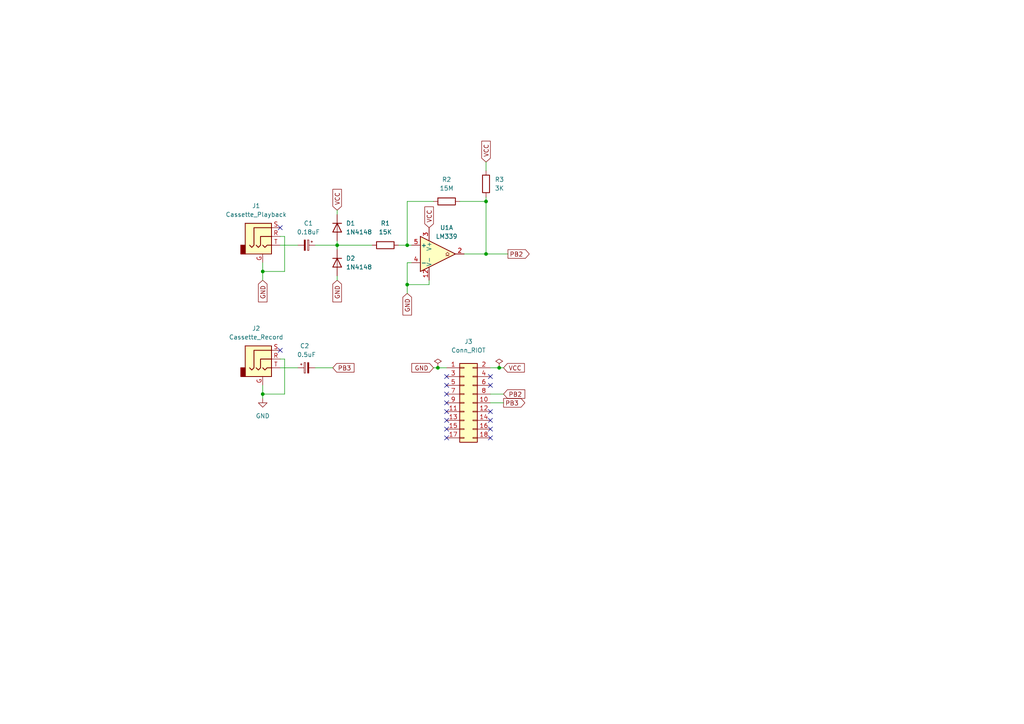
<source format=kicad_sch>
(kicad_sch (version 20211123) (generator eeschema)
  (paper "A4")
  (title_block (title "Zip Tape Adapter") (date "Jan 2023") (rev "1.0a") (company "Plastic Objects"))
  (lib_symbols
    (symbol "Comparator:LM339" (pin_names (offset 0.127))
      (property "Reference" "U" (at 0 5.08 0))
      (property "Value" "LM339" (at 0 -5.08 0))
      (symbol "LM339_1_1"
        (polyline (pts (xy -5.08 5.08) (xy 5.08 0) (xy -5.08 -5.08) (xy -5.08 5.08)) (stroke (width 0.254)) (fill (type background)))
        (polyline (pts (xy 3.302 -0.508) (xy 2.794 -0.508) (xy 3.302 0) (xy 2.794 0.508) (xy 2.286 0) (xy 2.794 -0.508) (xy 2.286 -0.508)) (stroke (width 0.127)))
        (pin open_collector line (at 7.62 0 180) (length 2.54) (name "~") (number "2"))
        (pin input line (at -7.62 -2.54 0) (length 2.54) (name "-") (number "4"))
        (pin input line (at -7.62 2.54 0) (length 2.54) (name "+") (number "5"))
      )
      (symbol "LM339_2_1"
        (polyline (pts (xy -5.08 5.08) (xy 5.08 0) (xy -5.08 -5.08) (xy -5.08 5.08)) (stroke (width 0.254)) (fill (type background)))
        (polyline (pts (xy 3.302 -0.508) (xy 2.794 -0.508) (xy 3.302 0) (xy 2.794 0.508) (xy 2.286 0) (xy 2.794 -0.508) (xy 2.286 -0.508)) (stroke (width 0.127)))
        (pin open_collector line (at 7.62 0 180) (length 2.54) (name "~") (number "1"))
        (pin input line (at -7.62 -2.54 0) (length 2.54) (name "-") (number "6"))
        (pin input line (at -7.62 2.54 0) (length 2.54) (name "+") (number "7"))
      )
      (symbol "LM339_3_1"
        (polyline (pts (xy -5.08 5.08) (xy 5.08 0) (xy -5.08 -5.08) (xy -5.08 5.08)) (stroke (width 0.254)) (fill (type background)))
        (polyline (pts (xy 3.302 -0.508) (xy 2.794 -0.508) (xy 3.302 0) (xy 2.794 0.508) (xy 2.286 0) (xy 2.794 -0.508) (xy 2.286 -0.508)) (stroke (width 0.127)))
        (pin input line (at -7.62 -2.54 0) (length 2.54) (name "-") (number "10"))
        (pin input line (at -7.62 2.54 0) (length 2.54) (name "+") (number "11"))
        (pin open_collector line (at 7.62 0 180) (length 2.54) (name "~") (number "13"))
      )
      (symbol "LM339_4_1"
        (polyline (pts (xy -5.08 5.08) (xy 5.08 0) (xy -5.08 -5.08) (xy -5.08 5.08)) (stroke (width 0.254)) (fill (type background)))
        (polyline (pts (xy 3.302 -0.508) (xy 2.794 -0.508) (xy 3.302 0) (xy 2.794 0.508) (xy 2.286 0) (xy 2.794 -0.508) (xy 2.286 -0.508)) (stroke (width 0.127)))
        (pin open_collector line (at 7.62 0 180) (length 2.54) (name "~") (number "14"))
        (pin input line (at -7.62 -2.54 0) (length 2.54) (name "-") (number "8"))
        (pin input line (at -7.62 2.54 0) (length 2.54) (name "+") (number "9"))
      )
      (symbol "LM339_5_1"
        (pin power_in line (at -2.54 -7.62 90) (length 3.81) (name "V-") (number "12"))
        (pin power_in line (at -2.54 7.62 270) (length 3.81) (name "V+") (number "3"))
      )
    )
    (symbol "Connector:AudioJack3_Ground"
      (property "Reference" "J" (at 0 8.89 0))
      (property "Value" "AudioJack3_Ground" (at 0 6.35 0))
      (symbol "AudioJack3_Ground_0_1"
        (rectangle (start -5.08 -2.54) (end -6.35 -5.08) (stroke (width 0.254)) (fill (type outline)))
        (polyline (pts (xy 0 -2.54) (xy 0.635 -3.175) (xy 1.27 -2.54) (xy 2.54 -2.54)) (stroke (width 0.254)))
        (polyline (pts (xy -1.905 -2.54) (xy -1.27 -3.175) (xy -0.635 -2.54) (xy -0.635 0) (xy 2.54 0)) (stroke (width 0.254)))
        (polyline (pts (xy 2.54 2.54) (xy -2.54 2.54) (xy -2.54 -2.54) (xy -3.175 -3.175) (xy -3.81 -2.54)) (stroke (width 0.254)))
        (rectangle (start 2.54 3.81) (end -5.08 -5.08) (stroke (width 0.254)) (fill (type background)))
      )
      (symbol "AudioJack3_Ground_1_1"
        (pin passive line (at 0 -7.62 90) (length 2.54) (name "~") (number "G"))
        (pin passive line (at 5.08 0 180) (length 2.54) (name "~") (number "R"))
        (pin passive line (at 5.08 2.54 180) (length 2.54) (name "~") (number "S"))
        (pin passive line (at 5.08 -2.54 180) (length 2.54) (name "~") (number "T"))
      )
    )
    (symbol "Connector_Generic:Conn_02x09_Odd_Even" (pin_names (offset 1.016) hide)
      (property "Reference" "J" (at 1.27 12.7 0))
      (property "Value" "Conn_02x09_Odd_Even" (at 1.27 -12.7 0))
      (symbol "Conn_02x09_Odd_Even_1_1"
        (rectangle (start -1.27 -10.033) (end 0 -10.287) (stroke (width 0.1524)))
        (rectangle (start -1.27 -7.493) (end 0 -7.747) (stroke (width 0.1524)))
        (rectangle (start -1.27 -4.953) (end 0 -5.207) (stroke (width 0.1524)))
        (rectangle (start -1.27 -2.413) (end 0 -2.667) (stroke (width 0.1524)))
        (rectangle (start -1.27 0.127) (end 0 -0.127) (stroke (width 0.1524)))
        (rectangle (start -1.27 2.667) (end 0 2.413) (stroke (width 0.1524)))
        (rectangle (start -1.27 5.207) (end 0 4.953) (stroke (width 0.1524)))
        (rectangle (start -1.27 7.747) (end 0 7.493) (stroke (width 0.1524)))
        (rectangle (start -1.27 10.287) (end 0 10.033) (stroke (width 0.1524)))
        (rectangle (start -1.27 11.43) (end 3.81 -11.43) (stroke (width 0.254)) (fill (type background)))
        (rectangle (start 3.81 -10.033) (end 2.54 -10.287) (stroke (width 0.1524)))
        (rectangle (start 3.81 -7.493) (end 2.54 -7.747) (stroke (width 0.1524)))
        (rectangle (start 3.81 -4.953) (end 2.54 -5.207) (stroke (width 0.1524)))
        (rectangle (start 3.81 -2.413) (end 2.54 -2.667) (stroke (width 0.1524)))
        (rectangle (start 3.81 0.127) (end 2.54 -0.127) (stroke (width 0.1524)))
        (rectangle (start 3.81 2.667) (end 2.54 2.413) (stroke (width 0.1524)))
        (rectangle (start 3.81 5.207) (end 2.54 4.953) (stroke (width 0.1524)))
        (rectangle (start 3.81 7.747) (end 2.54 7.493) (stroke (width 0.1524)))
        (rectangle (start 3.81 10.287) (end 2.54 10.033) (stroke (width 0.1524)))
        (pin passive line (at -5.08 10.16 0) (length 3.81) (name "Pin_1") (number "1"))
        (pin passive line (at 7.62 0 180) (length 3.81) (name "Pin_10") (number "10"))
        (pin passive line (at -5.08 -2.54 0) (length 3.81) (name "Pin_11") (number "11"))
        (pin passive line (at 7.62 -2.54 180) (length 3.81) (name "Pin_12") (number "12"))
        (pin passive line (at -5.08 -5.08 0) (length 3.81) (name "Pin_13") (number "13"))
        (pin passive line (at 7.62 -5.08 180) (length 3.81) (name "Pin_14") (number "14"))
        (pin passive line (at -5.08 -7.62 0) (length 3.81) (name "Pin_15") (number "15"))
        (pin passive line (at 7.62 -7.62 180) (length 3.81) (name "Pin_16") (number "16"))
        (pin passive line (at -5.08 -10.16 0) (length 3.81) (name "Pin_17") (number "17"))
        (pin passive line (at 7.62 -10.16 180) (length 3.81) (name "Pin_18") (number "18"))
        (pin passive line (at 7.62 10.16 180) (length 3.81) (name "Pin_2") (number "2"))
        (pin passive line (at -5.08 7.62 0) (length 3.81) (name "Pin_3") (number "3"))
        (pin passive line (at 7.62 7.62 180) (length 3.81) (name "Pin_4") (number "4"))
        (pin passive line (at -5.08 5.08 0) (length 3.81) (name "Pin_5") (number "5"))
        (pin passive line (at 7.62 5.08 180) (length 3.81) (name "Pin_6") (number "6"))
        (pin passive line (at -5.08 2.54 0) (length 3.81) (name "Pin_7") (number "7"))
        (pin passive line (at 7.62 2.54 180) (length 3.81) (name "Pin_8") (number "8"))
        (pin passive line (at -5.08 0 0) (length 3.81) (name "Pin_9") (number "9"))
      )
    )
    (symbol "Device:C_Polarized_Small" (pin_numbers hide) (pin_names (offset 0.254) hide)
      (property "Reference" "C" (at 0.254 1.778 0))
      (property "Value" "C_Polarized_Small" (at 0.254 -2.032 0))
      (symbol "C_Polarized_Small_0_1"
        (rectangle (start -1.524 -0.3048) (end 1.524 -0.6858) (fill (type outline)))
        (rectangle (start -1.524 0.6858) (end 1.524 0.3048))
        (polyline (pts (xy -1.27 1.524) (xy -0.762 1.524)))
        (polyline (pts (xy -1.016 1.27) (xy -1.016 1.778)))
      )
      (symbol "C_Polarized_Small_1_1"
        (pin passive line (at 0 2.54 270) (length 1.8542) (name "~") (number "1"))
        (pin passive line (at 0 -2.54 90) (length 1.8542) (name "~") (number "2"))
      )
    )
    (symbol "Device:R" (pin_numbers hide) (pin_names (offset 0))
      (property "Reference" "R" (at 2.032 0 90))
      (property "Value" "R" (at 0 0 90))
      (symbol "R_0_1"
        (rectangle (start -1.016 -2.54) (end 1.016 2.54) (stroke (width 0.254)))
      )
      (symbol "R_1_1"
        (pin passive line (at 0 3.81 270) (length 1.27) (name "~") (number "1"))
        (pin passive line (at 0 -3.81 90) (length 1.27) (name "~") (number "2"))
      )
    )
    (symbol "Diode:1N4148" (pin_numbers hide) (pin_names (offset 1.016) hide)
      (property "Reference" "D" (at 0 2.54 0))
      (property "Value" "1N4148" (at 0 -2.54 0))
      (symbol "1N4148_0_1"
        (polyline (pts (xy -1.27 1.27) (xy -1.27 -1.27)) (stroke (width 0.254)))
        (polyline (pts (xy 1.27 0) (xy -1.27 0)))
        (polyline (pts (xy 1.27 1.27) (xy 1.27 -1.27) (xy -1.27 0) (xy 1.27 1.27)) (stroke (width 0.254)))
      )
      (symbol "1N4148_1_1"
        (pin passive line (at -3.81 0 0) (length 2.54) (name "K") (number "1"))
        (pin passive line (at 3.81 0 180) (length 2.54) (name "A") (number "2"))
      )
    )
    (symbol "power:GND" (power) (pin_names (offset 0))
      (property "Value" "GND" (at 0 -3.81 0))
      (symbol "GND_0_1"
        (polyline (pts (xy 0 0) (xy 0 -1.27) (xy 1.27 -1.27) (xy 0 -2.54) (xy -1.27 -1.27) (xy 0 -1.27)))
      )
      (symbol "GND_1_1"
        (pin power_in line (at 0 0 270) (length 0) hide (name "GND") (number "1"))
      )
    )
    (symbol "power:PWR_FLAG" (power) (pin_numbers hide) (pin_names (offset 0) hide)
      (property "Value" "PWR_FLAG" (at 0 3.81 0))
      (symbol "PWR_FLAG_0_0"
        (pin power_out line (at 0 0 90) (length 0) (name "pwr") (number "1"))
      )
      (symbol "PWR_FLAG_0_1"
        (polyline (pts (xy 0 0) (xy 0 1.27) (xy -1.016 1.905) (xy 0 2.54) (xy 1.016 1.905) (xy 0 1.27)))
      )
    )
  )
  (junction (at 140.97 73.66))
  (junction (at 118.11 71.12))
  (junction (at 127 106.68))
  (junction (at 140.97 58.42))
  (junction (at 76.2 114.3))
  (junction (at 97.79 71.12))
  (junction (at 118.11 82.55))
  (junction (at 76.2 78.74))
  (junction (at 144.78 106.68))
  (no_connect (at 81.28 66.04))
  (no_connect (at 142.24 124.46))
  (no_connect (at 129.54 127))
  (no_connect (at 142.24 127))
  (no_connect (at 142.24 121.92))
  (no_connect (at 142.24 119.38))
  (no_connect (at 129.54 124.46))
  (no_connect (at 129.54 111.76))
  (no_connect (at 129.54 114.3))
  (no_connect (at 129.54 119.38))
  (no_connect (at 129.54 116.84))
  (no_connect (at 129.54 121.92))
  (no_connect (at 142.24 109.22))
  (no_connect (at 142.24 111.76))
  (no_connect (at 129.54 109.22))
  (no_connect (at 81.28 101.6))
  (wire (pts (xy 142.24 106.68) (xy 144.78 106.68)))
  (wire (pts (xy 82.55 114.3) (xy 76.2 114.3)))
  (wire (pts (xy 76.2 114.3) (xy 76.2 111.76)))
  (wire (pts (xy 81.28 71.12) (xy 86.36 71.12)))
  (wire (pts (xy 127 106.68) (xy 129.54 106.68)))
  (wire (pts (xy 125.73 106.68) (xy 127 106.68)))
  (wire (pts (xy 118.11 76.2) (xy 118.11 82.55)))
  (wire (pts (xy 118.11 82.55) (xy 124.46 82.55)))
  (wire (pts (xy 91.44 106.68) (xy 96.52 106.68)))
  (wire (pts (xy 81.28 106.68) (xy 86.36 106.68)))
  (wire (pts (xy 118.11 82.55) (xy 118.11 85.09)))
  (wire (pts (xy 91.44 71.12) (xy 97.79 71.12)))
  (wire (pts (xy 134.62 73.66) (xy 140.97 73.66)))
  (wire (pts (xy 97.79 72.39) (xy 97.79 71.12)))
  (wire (pts (xy 144.78 106.68) (xy 146.05 106.68)))
  (wire (pts (xy 140.97 73.66) (xy 147.32 73.66)))
  (wire (pts (xy 118.11 71.12) (xy 119.38 71.12)))
  (wire (pts (xy 119.38 76.2) (xy 118.11 76.2)))
  (wire (pts (xy 97.79 81.28) (xy 97.79 80.01)))
  (wire (pts (xy 76.2 78.74) (xy 76.2 81.28)))
  (wire (pts (xy 97.79 60.96) (xy 97.79 62.23)))
  (wire (pts (xy 76.2 76.2) (xy 76.2 78.74)))
  (wire (pts (xy 82.55 104.14) (xy 82.55 114.3)))
  (wire (pts (xy 118.11 58.42) (xy 125.73 58.42)))
  (wire (pts (xy 142.24 114.3) (xy 146.05 114.3)))
  (wire (pts (xy 81.28 104.14) (xy 82.55 104.14)))
  (wire (pts (xy 140.97 58.42) (xy 140.97 73.66)))
  (wire (pts (xy 142.24 116.84) (xy 146.05 116.84)))
  (wire (pts (xy 118.11 71.12) (xy 118.11 58.42)))
  (wire (pts (xy 76.2 78.74) (xy 82.55 78.74)))
  (wire (pts (xy 82.55 68.58) (xy 82.55 78.74)))
  (wire (pts (xy 140.97 46.99) (xy 140.97 49.53)))
  (wire (pts (xy 115.57 71.12) (xy 118.11 71.12)))
  (wire (pts (xy 97.79 69.85) (xy 97.79 71.12)))
  (wire (pts (xy 97.79 71.12) (xy 107.95 71.12)))
  (wire (pts (xy 133.35 58.42) (xy 140.97 58.42)))
  (wire (pts (xy 76.2 114.3) (xy 76.2 115.57)))
  (wire (pts (xy 124.46 82.55) (xy 124.46 81.28)))
  (wire (pts (xy 81.28 68.58) (xy 82.55 68.58)))
  (wire (pts (xy 140.97 57.15) (xy 140.97 58.42)))
  (global_label "VCC" (shape input) (at 124.46 66.04 90) (property "Intersheet References" "${INTERSHEET_REFS}" (effects hide)))
  (global_label "GND" (shape input) (at 76.2 81.28 270) (property "Intersheet References" "${INTERSHEET_REFS}" (effects hide)))
  (global_label "PB2" (shape output) (at 147.32 73.66 0) (property "Intersheet References" "${INTERSHEET_REFS}" (effects hide)))
  (global_label "GND" (shape input) (at 125.73 106.68 180) (property "Intersheet References" "${INTERSHEET_REFS}" (effects hide)))
  (global_label "PB2" (shape input) (at 146.05 114.3 0) (property "Intersheet References" "${INTERSHEET_REFS}" (effects hide)))
  (global_label "VCC" (shape input) (at 140.97 46.99 90) (property "Intersheet References" "${INTERSHEET_REFS}" (effects hide)))
  (global_label "PB3" (shape output) (at 146.05 116.84 0) (property "Intersheet References" "${INTERSHEET_REFS}" (effects hide)))
  (global_label "VCC" (shape input) (at 146.05 106.68 0) (property "Intersheet References" "${INTERSHEET_REFS}" (effects hide)))
  (global_label "VCC" (shape input) (at 97.79 60.96 90) (property "Intersheet References" "${INTERSHEET_REFS}" (effects hide)))
  (global_label "PB3" (shape input) (at 96.52 106.68 0) (property "Intersheet References" "${INTERSHEET_REFS}" (effects hide)))
  (global_label "GND" (shape input) (at 97.79 81.28 270) (property "Intersheet References" "${INTERSHEET_REFS}" (effects hide)))
  (global_label "GND" (shape input) (at 118.11 85.09 270) (property "Intersheet References" "${INTERSHEET_REFS}" (effects hide)))
  (symbol (lib_id "Connector:AudioJack3_Ground") (at 76.2 68.58 0) (unit 1)
    (property "Reference" "J1" (at 74.295 59.69 0))
    (property "Value" "Cassette_Playback" (at 74.295 62.23 0))
    (property "Footprint" "Connector_Jack:Jack_3.5mm_4Pole_TRRS" (effects hide))
  )
  (symbol (lib_id "Comparator:LM339") (at 127 73.66 0) (unit 5)
    (property "Reference" "U1" (effects hide))
    (property "Value" "LM339" (effects hide))
    (property "Footprint" "Package_DIP:DIP-14_W7.62mm" (effects hide))
    (property "Datasheet" "https://www.st.com/resource/en/datasheet/lm139.pdf" (effects hide))
  )
  (symbol (lib_id "Device:R") (at 129.54 58.42 90) (unit 1)
    (property "Reference" "R2" (at 129.54 52.07 90))
    (property "Value" "15M" (at 129.54 54.61 90))
    (property "Footprint" "Resistor_THT:R_Axial_DIN0207_L6.3mm_D2.5mm_P7.62mm_Horizontal" (effects hide))
  )
  (symbol (lib_id "Device:R") (at 140.97 53.34 180) (unit 1)
    (property "Reference" "R3" (at 143.51 52.0699 0) (effects (justify right)))
    (property "Value" "3K" (at 143.51 54.6099 0) (effects (justify right)))
    (property "Footprint" "Resistor_THT:R_Axial_DIN0207_L6.3mm_D2.5mm_P7.62mm_Horizontal" (effects hide))
  )
  (symbol (lib_id "Connector:AudioJack3_Ground") (at 76.2 104.14 0) (unit 1)
    (property "Reference" "J2" (at 74.295 95.25 0))
    (property "Value" "Cassette_Record" (at 74.295 97.79 0))
    (property "Footprint" "Connector_Jack:Jack_3.5mm_4Pole_TRRS" (effects hide))
  )
  (symbol (lib_id "Diode:1N4148") (at 97.79 66.04 270) (unit 1)
    (property "Reference" "D1" (at 100.33 64.7699 90) (effects (justify left)))
    (property "Value" "1N4148" (at 100.33 67.3099 90) (effects (justify left)))
    (property "Footprint" "Diode_THT:D_DO-35_SOD27_P7.62mm_Horizontal" (effects hide))
    (property "Datasheet" "https://assets.nexperia.com/documents/data-sheet/1N4148_1N4448.pdf" (effects hide))
  )
  (symbol (lib_id "power:PWR_FLAG") (at 127 106.68 0) (unit 1)
    (property "Reference" "#FLG0102" (effects hide))
    (property "Value" "PWR_FLAG" (effects hide))
  )
  (symbol (lib_id "Diode:1N4148") (at 97.79 76.2 270) (unit 1)
    (property "Reference" "D2" (at 100.33 74.9299 90) (effects (justify left)))
    (property "Value" "1N4148" (at 100.33 77.4699 90) (effects (justify left)))
    (property "Footprint" "Diode_THT:D_DO-35_SOD27_P7.62mm_Horizontal" (effects hide))
    (property "Datasheet" "https://assets.nexperia.com/documents/data-sheet/1N4148_1N4448.pdf" (effects hide))
  )
  (symbol (lib_id "Device:R") (at 111.76 71.12 90) (unit 1)
    (property "Reference" "R1" (at 111.76 64.77 90))
    (property "Value" "15K" (at 111.76 67.31 90))
    (property "Footprint" "Resistor_THT:R_Axial_DIN0207_L6.3mm_D2.5mm_P7.62mm_Horizontal" (effects hide))
  )
  (symbol (lib_id "power:PWR_FLAG") (at 144.78 106.68 0) (unit 1)
    (property "Reference" "#FLG0101" (effects hide))
    (property "Value" "PWR_FLAG" (effects hide))
  )
  (symbol (lib_id "Device:C_Polarized_Small") (at 88.9 71.12 270) (unit 1)
    (property "Reference" "C1" (at 89.4461 64.77 90))
    (property "Value" "0.18uF" (at 89.4461 67.31 90))
    (property "Footprint" "Capacitor_THT:CP_Radial_D5.0mm_P2.50mm" (effects hide))
  )
  (symbol (lib_id "Device:C_Polarized_Small") (at 88.9 106.68 90) (mirror x) (unit 1)
    (property "Reference" "C2" (at 88.3539 100.33 90))
    (property "Value" "0.5uF" (at 88.9 102.87 90))
    (property "Footprint" "Capacitor_THT:CP_Radial_D5.0mm_P2.50mm" (effects hide))
  )
  (symbol (lib_id "power:GND") (at 76.2 115.57 0) (unit 1)
    (property "Reference" "#PWR0104" (effects hide))
    (property "Value" "GND" (at 76.2 120.65 0))
  )
  (symbol (lib_id "Connector_Generic:Conn_02x09_Odd_Even") (at 134.62 116.84 0) (unit 1)
    (property "Reference" "J3" (at 135.89 99.06 0))
    (property "Value" "Conn_RIOT" (at 135.89 101.6 0))
    (property "Footprint" "Connector_PinHeader_2.54mm:PinHeader_2x09_P2.54mm_Vertical" (effects hide))
  )
  (symbol (lib_id "Comparator:LM339") (at 127 73.66 0) (unit 1)
    (property "Reference" "U1" (at 129.54 66.04 0))
    (property "Value" "LM339" (at 129.54 68.58 0))
    (property "Footprint" "Package_DIP:DIP-14_W7.62mm" (effects hide))
    (property "Datasheet" "https://www.st.com/resource/en/datasheet/lm139.pdf" (effects hide))
  )
)
</source>
